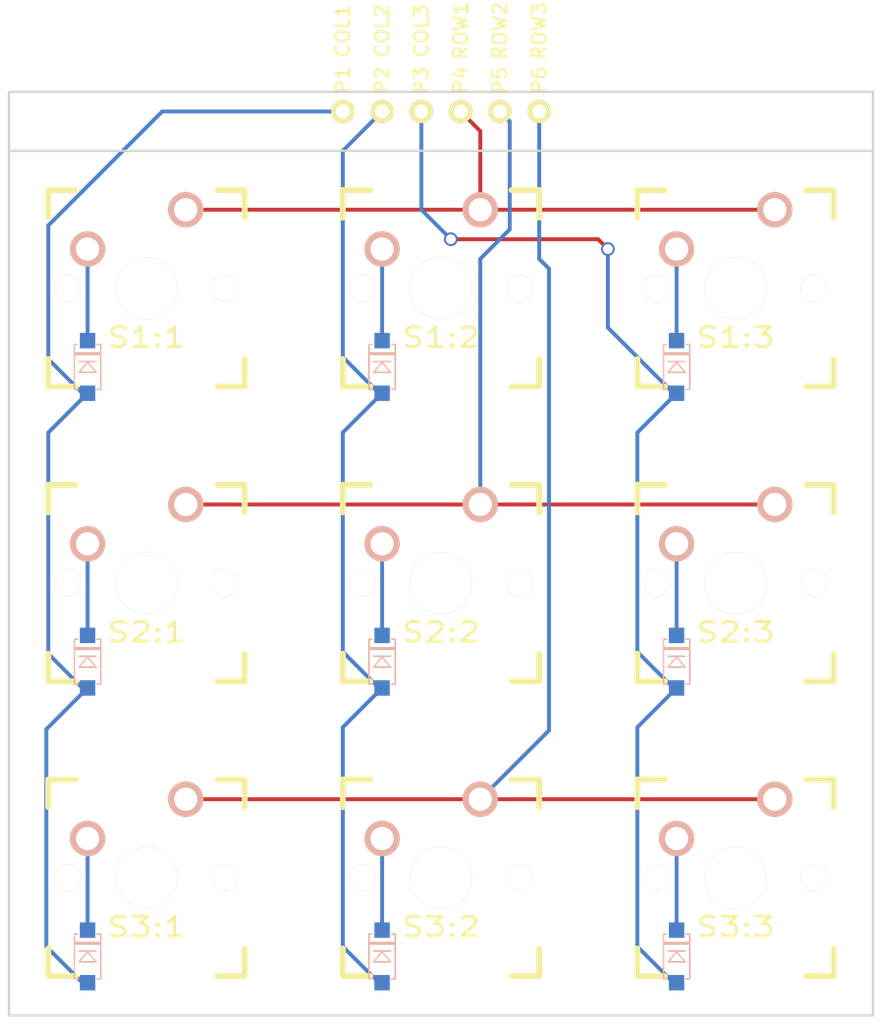
<source format=kicad_pcb>
(kicad_pcb (version 3) (host pcbnew "(2013-02-13 BZR 3947)-testing")

  (general
    (links 27)
    (no_connects 0)
    (area 55.041799 16.594 112.598201 83.388201)
    (thickness 1.6)
    (drawings 7)
    (tracks 69)
    (zones 0)
    (modules 24)
    (nets 16)
  )

  (page A)
  (title_block 
    (title tutorial)
    (rev 1)
    (company regack)
  )

  (layers
    (15 F.Cu signal)
    (0 B.Cu signal)
    (16 B.Adhes user)
    (17 F.Adhes user)
    (18 B.Paste user)
    (19 F.Paste user)
    (20 B.SilkS user)
    (21 F.SilkS user)
    (22 B.Mask user)
    (23 F.Mask user)
    (24 Dwgs.User user)
    (25 Cmts.User user)
    (26 Eco1.User user)
    (27 Eco2.User user)
    (28 Edge.Cuts user)
  )

  (setup
    (last_trace_width 0.254)
    (trace_clearance 0.254)
    (zone_clearance 0.508)
    (zone_45_only no)
    (trace_min 0.254)
    (segment_width 0.2)
    (edge_width 0.15)
    (via_size 0.889)
    (via_drill 0.635)
    (via_min_size 0.889)
    (via_min_drill 0.508)
    (uvia_size 0.508)
    (uvia_drill 0.127)
    (uvias_allowed no)
    (uvia_min_size 0.508)
    (uvia_min_drill 0.127)
    (pcb_text_width 0.3)
    (pcb_text_size 1 1)
    (mod_edge_width 0.15)
    (mod_text_size 1 1)
    (mod_text_width 0.15)
    (pad_size 1 1)
    (pad_drill 0.6)
    (pad_to_mask_clearance 0)
    (aux_axis_origin 0 0)
    (visible_elements FFFFF7BF)
    (pcbplotparams
      (layerselection 3178497)
      (usegerberextensions true)
      (excludeedgelayer true)
      (linewidth 152400)
      (plotframeref false)
      (viasonmask false)
      (mode 1)
      (useauxorigin false)
      (hpglpennumber 1)
      (hpglpenspeed 20)
      (hpglpendiameter 15)
      (hpglpenoverlay 2)
      (psnegative false)
      (psa4output false)
      (plotreference true)
      (plotvalue true)
      (plotothertext true)
      (plotinvisibletext false)
      (padsonsilk false)
      (subtractmaskfromsilk false)
      (outputformat 1)
      (mirror false)
      (drillshape 1)
      (scaleselection 1)
      (outputdirectory ""))
  )

  (net 0 "")
  (net 1 N-000001)
  (net 2 N-0000010)
  (net 3 N-0000011)
  (net 4 N-0000012)
  (net 5 N-0000013)
  (net 6 N-0000014)
  (net 7 N-0000015)
  (net 8 N-000002)
  (net 9 N-000003)
  (net 10 N-000004)
  (net 11 N-000005)
  (net 12 N-000006)
  (net 13 N-000007)
  (net 14 N-000008)
  (net 15 N-000009)

  (net_class Default "This is the default net class."
    (clearance 0.254)
    (trace_width 0.254)
    (via_dia 0.889)
    (via_drill 0.635)
    (uvia_dia 0.508)
    (uvia_drill 0.127)
    (add_net "")
    (add_net N-000001)
    (add_net N-0000010)
    (add_net N-0000011)
    (add_net N-0000012)
    (add_net N-0000013)
    (add_net N-0000014)
    (add_net N-0000015)
    (add_net N-000002)
    (add_net N-000003)
    (add_net N-000004)
    (add_net N-000005)
    (add_net N-000006)
    (add_net N-000007)
    (add_net N-000008)
    (add_net N-000009)
  )

  (module "SOD-123(A-C)" (layer B.Cu) (tedit 52950B9F) (tstamp 52A7AB41)
    (at 60.96 40.64 90)
    (path /52A76AC8)
    (attr smd)
    (fp_text reference D1:1 (at 0 -1.45 90) (layer B.SilkS) hide
      (effects (font (size 0.635 0.635) (thickness 0.127)) (justify mirror))
    )
    (fp_text value DIODE (at 0 1.3 90) (layer B.SilkS) hide
      (effects (font (size 0.5 0.5) (thickness 0.1)) (justify mirror))
    )
    (fp_line (start 0.9 0.85) (end 0.9 -0.85) (layer B.SilkS) (width 0.1))
    (fp_line (start 0.9 -0.85) (end 0.8 -0.85) (layer B.SilkS) (width 0.1))
    (fp_line (start 0.8 -0.85) (end 0.8 0.85) (layer B.SilkS) (width 0.1))
    (fp_line (start -1.45 -0.6) (end -1.45 -0.85) (layer B.SilkS) (width 0.1))
    (fp_line (start -1.45 -0.85) (end 1.45 -0.85) (layer B.SilkS) (width 0.1))
    (fp_line (start 1.45 -0.85) (end 1.45 -0.65) (layer B.SilkS) (width 0.1))
    (fp_line (start 1.45 0.85) (end -1.45 0.85) (layer B.SilkS) (width 0.1))
    (fp_line (start -1.45 0.85) (end -1.45 0.6) (layer B.SilkS) (width 0.1))
    (fp_line (start 1.45 0.6) (end 1.45 0.85) (layer B.SilkS) (width 0.1))
    (fp_line (start 0.35 0.55) (end 0.35 -0.55) (layer B.SilkS) (width 0.1))
    (fp_line (start -0.35 0.55) (end -0.35 -0.55) (layer B.SilkS) (width 0.1))
    (fp_line (start -0.35 -0.55) (end 0.3 0) (layer B.SilkS) (width 0.1))
    (fp_line (start 0.3 0) (end -0.35 0.55) (layer B.SilkS) (width 0.1))
    (pad A smd rect (at -1.7 0 90) (size 1 1)
      (layers B.Cu B.Paste B.Mask)
      (net 11 N-000005)
    )
    (pad C smd rect (at 1.7 0 90) (size 1 1)
      (layers B.Cu B.Paste B.Mask)
      (net 15 N-000009)
    )
    (model smd/chip_cms.wrl
      (at (xyz 0 0 0))
      (scale (xyz 0.1 0.1 0.1))
      (rotate (xyz 0 0 0))
    )
  )

  (module "SOD-123(A-C)" (layer B.Cu) (tedit 52950B9F) (tstamp 52A7AB54)
    (at 60.96 59.69 90)
    (path /52A76AD7)
    (attr smd)
    (fp_text reference D2:1 (at 0 -1.45 90) (layer B.SilkS) hide
      (effects (font (size 0.635 0.635) (thickness 0.127)) (justify mirror))
    )
    (fp_text value DIODE (at 0 1.3 90) (layer B.SilkS) hide
      (effects (font (size 0.5 0.5) (thickness 0.1)) (justify mirror))
    )
    (fp_line (start 0.9 0.85) (end 0.9 -0.85) (layer B.SilkS) (width 0.1))
    (fp_line (start 0.9 -0.85) (end 0.8 -0.85) (layer B.SilkS) (width 0.1))
    (fp_line (start 0.8 -0.85) (end 0.8 0.85) (layer B.SilkS) (width 0.1))
    (fp_line (start -1.45 -0.6) (end -1.45 -0.85) (layer B.SilkS) (width 0.1))
    (fp_line (start -1.45 -0.85) (end 1.45 -0.85) (layer B.SilkS) (width 0.1))
    (fp_line (start 1.45 -0.85) (end 1.45 -0.65) (layer B.SilkS) (width 0.1))
    (fp_line (start 1.45 0.85) (end -1.45 0.85) (layer B.SilkS) (width 0.1))
    (fp_line (start -1.45 0.85) (end -1.45 0.6) (layer B.SilkS) (width 0.1))
    (fp_line (start 1.45 0.6) (end 1.45 0.85) (layer B.SilkS) (width 0.1))
    (fp_line (start 0.35 0.55) (end 0.35 -0.55) (layer B.SilkS) (width 0.1))
    (fp_line (start -0.35 0.55) (end -0.35 -0.55) (layer B.SilkS) (width 0.1))
    (fp_line (start -0.35 -0.55) (end 0.3 0) (layer B.SilkS) (width 0.1))
    (fp_line (start 0.3 0) (end -0.35 0.55) (layer B.SilkS) (width 0.1))
    (pad A smd rect (at -1.7 0 90) (size 1 1)
      (layers B.Cu B.Paste B.Mask)
      (net 11 N-000005)
    )
    (pad C smd rect (at 1.7 0 90) (size 1 1)
      (layers B.Cu B.Paste B.Mask)
      (net 14 N-000008)
    )
    (model smd/chip_cms.wrl
      (at (xyz 0 0 0))
      (scale (xyz 0.1 0.1 0.1))
      (rotate (xyz 0 0 0))
    )
  )

  (module "SOD-123(A-C)" (layer B.Cu) (tedit 52950B9F) (tstamp 52A7AB67)
    (at 60.96 78.74 90)
    (path /52A76AE6)
    (attr smd)
    (fp_text reference D3:1 (at 0 -1.45 90) (layer B.SilkS) hide
      (effects (font (size 0.635 0.635) (thickness 0.127)) (justify mirror))
    )
    (fp_text value DIODE (at 0 1.3 90) (layer B.SilkS) hide
      (effects (font (size 0.5 0.5) (thickness 0.1)) (justify mirror))
    )
    (fp_line (start 0.9 0.85) (end 0.9 -0.85) (layer B.SilkS) (width 0.1))
    (fp_line (start 0.9 -0.85) (end 0.8 -0.85) (layer B.SilkS) (width 0.1))
    (fp_line (start 0.8 -0.85) (end 0.8 0.85) (layer B.SilkS) (width 0.1))
    (fp_line (start -1.45 -0.6) (end -1.45 -0.85) (layer B.SilkS) (width 0.1))
    (fp_line (start -1.45 -0.85) (end 1.45 -0.85) (layer B.SilkS) (width 0.1))
    (fp_line (start 1.45 -0.85) (end 1.45 -0.65) (layer B.SilkS) (width 0.1))
    (fp_line (start 1.45 0.85) (end -1.45 0.85) (layer B.SilkS) (width 0.1))
    (fp_line (start -1.45 0.85) (end -1.45 0.6) (layer B.SilkS) (width 0.1))
    (fp_line (start 1.45 0.6) (end 1.45 0.85) (layer B.SilkS) (width 0.1))
    (fp_line (start 0.35 0.55) (end 0.35 -0.55) (layer B.SilkS) (width 0.1))
    (fp_line (start -0.35 0.55) (end -0.35 -0.55) (layer B.SilkS) (width 0.1))
    (fp_line (start -0.35 -0.55) (end 0.3 0) (layer B.SilkS) (width 0.1))
    (fp_line (start 0.3 0) (end -0.35 0.55) (layer B.SilkS) (width 0.1))
    (pad A smd rect (at -1.7 0 90) (size 1 1)
      (layers B.Cu B.Paste B.Mask)
      (net 11 N-000005)
    )
    (pad C smd rect (at 1.7 0 90) (size 1 1)
      (layers B.Cu B.Paste B.Mask)
      (net 13 N-000007)
    )
    (model smd/chip_cms.wrl
      (at (xyz 0 0 0))
      (scale (xyz 0.1 0.1 0.1))
      (rotate (xyz 0 0 0))
    )
  )

  (module "SOD-123(A-C)" (layer B.Cu) (tedit 52950B9F) (tstamp 52A7AB7A)
    (at 80.01 40.64 90)
    (path /52A77002)
    (attr smd)
    (fp_text reference D1:2 (at 0 -1.45 90) (layer B.SilkS) hide
      (effects (font (size 0.635 0.635) (thickness 0.127)) (justify mirror))
    )
    (fp_text value DIODE (at 0 1.3 90) (layer B.SilkS) hide
      (effects (font (size 0.5 0.5) (thickness 0.1)) (justify mirror))
    )
    (fp_line (start 0.9 0.85) (end 0.9 -0.85) (layer B.SilkS) (width 0.1))
    (fp_line (start 0.9 -0.85) (end 0.8 -0.85) (layer B.SilkS) (width 0.1))
    (fp_line (start 0.8 -0.85) (end 0.8 0.85) (layer B.SilkS) (width 0.1))
    (fp_line (start -1.45 -0.6) (end -1.45 -0.85) (layer B.SilkS) (width 0.1))
    (fp_line (start -1.45 -0.85) (end 1.45 -0.85) (layer B.SilkS) (width 0.1))
    (fp_line (start 1.45 -0.85) (end 1.45 -0.65) (layer B.SilkS) (width 0.1))
    (fp_line (start 1.45 0.85) (end -1.45 0.85) (layer B.SilkS) (width 0.1))
    (fp_line (start -1.45 0.85) (end -1.45 0.6) (layer B.SilkS) (width 0.1))
    (fp_line (start 1.45 0.6) (end 1.45 0.85) (layer B.SilkS) (width 0.1))
    (fp_line (start 0.35 0.55) (end 0.35 -0.55) (layer B.SilkS) (width 0.1))
    (fp_line (start -0.35 0.55) (end -0.35 -0.55) (layer B.SilkS) (width 0.1))
    (fp_line (start -0.35 -0.55) (end 0.3 0) (layer B.SilkS) (width 0.1))
    (fp_line (start 0.3 0) (end -0.35 0.55) (layer B.SilkS) (width 0.1))
    (pad A smd rect (at -1.7 0 90) (size 1 1)
      (layers B.Cu B.Paste B.Mask)
      (net 12 N-000006)
    )
    (pad C smd rect (at 1.7 0 90) (size 1 1)
      (layers B.Cu B.Paste B.Mask)
      (net 2 N-0000010)
    )
    (model smd/chip_cms.wrl
      (at (xyz 0 0 0))
      (scale (xyz 0.1 0.1 0.1))
      (rotate (xyz 0 0 0))
    )
  )

  (module "SOD-123(A-C)" (layer B.Cu) (tedit 52950B9F) (tstamp 52A7AB8D)
    (at 80.01 59.69 90)
    (path /52A77008)
    (attr smd)
    (fp_text reference D2:2 (at 0 -1.45 90) (layer B.SilkS) hide
      (effects (font (size 0.635 0.635) (thickness 0.127)) (justify mirror))
    )
    (fp_text value DIODE (at 0 1.3 90) (layer B.SilkS) hide
      (effects (font (size 0.5 0.5) (thickness 0.1)) (justify mirror))
    )
    (fp_line (start 0.9 0.85) (end 0.9 -0.85) (layer B.SilkS) (width 0.1))
    (fp_line (start 0.9 -0.85) (end 0.8 -0.85) (layer B.SilkS) (width 0.1))
    (fp_line (start 0.8 -0.85) (end 0.8 0.85) (layer B.SilkS) (width 0.1))
    (fp_line (start -1.45 -0.6) (end -1.45 -0.85) (layer B.SilkS) (width 0.1))
    (fp_line (start -1.45 -0.85) (end 1.45 -0.85) (layer B.SilkS) (width 0.1))
    (fp_line (start 1.45 -0.85) (end 1.45 -0.65) (layer B.SilkS) (width 0.1))
    (fp_line (start 1.45 0.85) (end -1.45 0.85) (layer B.SilkS) (width 0.1))
    (fp_line (start -1.45 0.85) (end -1.45 0.6) (layer B.SilkS) (width 0.1))
    (fp_line (start 1.45 0.6) (end 1.45 0.85) (layer B.SilkS) (width 0.1))
    (fp_line (start 0.35 0.55) (end 0.35 -0.55) (layer B.SilkS) (width 0.1))
    (fp_line (start -0.35 0.55) (end -0.35 -0.55) (layer B.SilkS) (width 0.1))
    (fp_line (start -0.35 -0.55) (end 0.3 0) (layer B.SilkS) (width 0.1))
    (fp_line (start 0.3 0) (end -0.35 0.55) (layer B.SilkS) (width 0.1))
    (pad A smd rect (at -1.7 0 90) (size 1 1)
      (layers B.Cu B.Paste B.Mask)
      (net 12 N-000006)
    )
    (pad C smd rect (at 1.7 0 90) (size 1 1)
      (layers B.Cu B.Paste B.Mask)
      (net 4 N-0000012)
    )
    (model smd/chip_cms.wrl
      (at (xyz 0 0 0))
      (scale (xyz 0.1 0.1 0.1))
      (rotate (xyz 0 0 0))
    )
  )

  (module "SOD-123(A-C)" (layer B.Cu) (tedit 52950B9F) (tstamp 52A7ABA0)
    (at 80.01 78.74 90)
    (path /52A7700E)
    (attr smd)
    (fp_text reference D3:2 (at 0 -1.45 90) (layer B.SilkS) hide
      (effects (font (size 0.635 0.635) (thickness 0.127)) (justify mirror))
    )
    (fp_text value DIODE (at 0 1.3 90) (layer B.SilkS) hide
      (effects (font (size 0.5 0.5) (thickness 0.1)) (justify mirror))
    )
    (fp_line (start 0.9 0.85) (end 0.9 -0.85) (layer B.SilkS) (width 0.1))
    (fp_line (start 0.9 -0.85) (end 0.8 -0.85) (layer B.SilkS) (width 0.1))
    (fp_line (start 0.8 -0.85) (end 0.8 0.85) (layer B.SilkS) (width 0.1))
    (fp_line (start -1.45 -0.6) (end -1.45 -0.85) (layer B.SilkS) (width 0.1))
    (fp_line (start -1.45 -0.85) (end 1.45 -0.85) (layer B.SilkS) (width 0.1))
    (fp_line (start 1.45 -0.85) (end 1.45 -0.65) (layer B.SilkS) (width 0.1))
    (fp_line (start 1.45 0.85) (end -1.45 0.85) (layer B.SilkS) (width 0.1))
    (fp_line (start -1.45 0.85) (end -1.45 0.6) (layer B.SilkS) (width 0.1))
    (fp_line (start 1.45 0.6) (end 1.45 0.85) (layer B.SilkS) (width 0.1))
    (fp_line (start 0.35 0.55) (end 0.35 -0.55) (layer B.SilkS) (width 0.1))
    (fp_line (start -0.35 0.55) (end -0.35 -0.55) (layer B.SilkS) (width 0.1))
    (fp_line (start -0.35 -0.55) (end 0.3 0) (layer B.SilkS) (width 0.1))
    (fp_line (start 0.3 0) (end -0.35 0.55) (layer B.SilkS) (width 0.1))
    (pad A smd rect (at -1.7 0 90) (size 1 1)
      (layers B.Cu B.Paste B.Mask)
      (net 12 N-000006)
    )
    (pad C smd rect (at 1.7 0 90) (size 1 1)
      (layers B.Cu B.Paste B.Mask)
      (net 3 N-0000011)
    )
    (model smd/chip_cms.wrl
      (at (xyz 0 0 0))
      (scale (xyz 0.1 0.1 0.1))
      (rotate (xyz 0 0 0))
    )
  )

  (module "SOD-123(A-C)" (layer B.Cu) (tedit 52950B9F) (tstamp 52A7ABB3)
    (at 99.06 78.74 90)
    (path /52A7703B)
    (attr smd)
    (fp_text reference D3:3 (at 0 -1.45 90) (layer B.SilkS) hide
      (effects (font (size 0.635 0.635) (thickness 0.127)) (justify mirror))
    )
    (fp_text value DIODE (at 0 1.3 90) (layer B.SilkS) hide
      (effects (font (size 0.5 0.5) (thickness 0.1)) (justify mirror))
    )
    (fp_line (start 0.9 0.85) (end 0.9 -0.85) (layer B.SilkS) (width 0.1))
    (fp_line (start 0.9 -0.85) (end 0.8 -0.85) (layer B.SilkS) (width 0.1))
    (fp_line (start 0.8 -0.85) (end 0.8 0.85) (layer B.SilkS) (width 0.1))
    (fp_line (start -1.45 -0.6) (end -1.45 -0.85) (layer B.SilkS) (width 0.1))
    (fp_line (start -1.45 -0.85) (end 1.45 -0.85) (layer B.SilkS) (width 0.1))
    (fp_line (start 1.45 -0.85) (end 1.45 -0.65) (layer B.SilkS) (width 0.1))
    (fp_line (start 1.45 0.85) (end -1.45 0.85) (layer B.SilkS) (width 0.1))
    (fp_line (start -1.45 0.85) (end -1.45 0.6) (layer B.SilkS) (width 0.1))
    (fp_line (start 1.45 0.6) (end 1.45 0.85) (layer B.SilkS) (width 0.1))
    (fp_line (start 0.35 0.55) (end 0.35 -0.55) (layer B.SilkS) (width 0.1))
    (fp_line (start -0.35 0.55) (end -0.35 -0.55) (layer B.SilkS) (width 0.1))
    (fp_line (start -0.35 -0.55) (end 0.3 0) (layer B.SilkS) (width 0.1))
    (fp_line (start 0.3 0) (end -0.35 0.55) (layer B.SilkS) (width 0.1))
    (pad A smd rect (at -1.7 0 90) (size 1 1)
      (layers B.Cu B.Paste B.Mask)
      (net 8 N-000002)
    )
    (pad C smd rect (at 1.7 0 90) (size 1 1)
      (layers B.Cu B.Paste B.Mask)
      (net 9 N-000003)
    )
    (model smd/chip_cms.wrl
      (at (xyz 0 0 0))
      (scale (xyz 0.1 0.1 0.1))
      (rotate (xyz 0 0 0))
    )
  )

  (module "SOD-123(A-C)" (layer B.Cu) (tedit 52950B9F) (tstamp 52A7ABC6)
    (at 99.06 59.69 90)
    (path /52A77035)
    (attr smd)
    (fp_text reference D2:3 (at 0 -1.45 90) (layer B.SilkS) hide
      (effects (font (size 0.635 0.635) (thickness 0.127)) (justify mirror))
    )
    (fp_text value DIODE (at 0 1.3 90) (layer B.SilkS) hide
      (effects (font (size 0.5 0.5) (thickness 0.1)) (justify mirror))
    )
    (fp_line (start 0.9 0.85) (end 0.9 -0.85) (layer B.SilkS) (width 0.1))
    (fp_line (start 0.9 -0.85) (end 0.8 -0.85) (layer B.SilkS) (width 0.1))
    (fp_line (start 0.8 -0.85) (end 0.8 0.85) (layer B.SilkS) (width 0.1))
    (fp_line (start -1.45 -0.6) (end -1.45 -0.85) (layer B.SilkS) (width 0.1))
    (fp_line (start -1.45 -0.85) (end 1.45 -0.85) (layer B.SilkS) (width 0.1))
    (fp_line (start 1.45 -0.85) (end 1.45 -0.65) (layer B.SilkS) (width 0.1))
    (fp_line (start 1.45 0.85) (end -1.45 0.85) (layer B.SilkS) (width 0.1))
    (fp_line (start -1.45 0.85) (end -1.45 0.6) (layer B.SilkS) (width 0.1))
    (fp_line (start 1.45 0.6) (end 1.45 0.85) (layer B.SilkS) (width 0.1))
    (fp_line (start 0.35 0.55) (end 0.35 -0.55) (layer B.SilkS) (width 0.1))
    (fp_line (start -0.35 0.55) (end -0.35 -0.55) (layer B.SilkS) (width 0.1))
    (fp_line (start -0.35 -0.55) (end 0.3 0) (layer B.SilkS) (width 0.1))
    (fp_line (start 0.3 0) (end -0.35 0.55) (layer B.SilkS) (width 0.1))
    (pad A smd rect (at -1.7 0 90) (size 1 1)
      (layers B.Cu B.Paste B.Mask)
      (net 8 N-000002)
    )
    (pad C smd rect (at 1.7 0 90) (size 1 1)
      (layers B.Cu B.Paste B.Mask)
      (net 1 N-000001)
    )
    (model smd/chip_cms.wrl
      (at (xyz 0 0 0))
      (scale (xyz 0.1 0.1 0.1))
      (rotate (xyz 0 0 0))
    )
  )

  (module "SOD-123(A-C)" (layer B.Cu) (tedit 52950B9F) (tstamp 52A7ABD9)
    (at 99.06 40.64 90)
    (path /52A7702F)
    (attr smd)
    (fp_text reference D1:3 (at 0 -1.45 90) (layer B.SilkS) hide
      (effects (font (size 0.635 0.635) (thickness 0.127)) (justify mirror))
    )
    (fp_text value DIODE (at 0 1.3 90) (layer B.SilkS) hide
      (effects (font (size 0.5 0.5) (thickness 0.1)) (justify mirror))
    )
    (fp_line (start 0.9 0.85) (end 0.9 -0.85) (layer B.SilkS) (width 0.1))
    (fp_line (start 0.9 -0.85) (end 0.8 -0.85) (layer B.SilkS) (width 0.1))
    (fp_line (start 0.8 -0.85) (end 0.8 0.85) (layer B.SilkS) (width 0.1))
    (fp_line (start -1.45 -0.6) (end -1.45 -0.85) (layer B.SilkS) (width 0.1))
    (fp_line (start -1.45 -0.85) (end 1.45 -0.85) (layer B.SilkS) (width 0.1))
    (fp_line (start 1.45 -0.85) (end 1.45 -0.65) (layer B.SilkS) (width 0.1))
    (fp_line (start 1.45 0.85) (end -1.45 0.85) (layer B.SilkS) (width 0.1))
    (fp_line (start -1.45 0.85) (end -1.45 0.6) (layer B.SilkS) (width 0.1))
    (fp_line (start 1.45 0.6) (end 1.45 0.85) (layer B.SilkS) (width 0.1))
    (fp_line (start 0.35 0.55) (end 0.35 -0.55) (layer B.SilkS) (width 0.1))
    (fp_line (start -0.35 0.55) (end -0.35 -0.55) (layer B.SilkS) (width 0.1))
    (fp_line (start -0.35 -0.55) (end 0.3 0) (layer B.SilkS) (width 0.1))
    (fp_line (start 0.3 0) (end -0.35 0.55) (layer B.SilkS) (width 0.1))
    (pad A smd rect (at -1.7 0 90) (size 1 1)
      (layers B.Cu B.Paste B.Mask)
      (net 8 N-000002)
    )
    (pad C smd rect (at 1.7 0 90) (size 1 1)
      (layers B.Cu B.Paste B.Mask)
      (net 10 N-000004)
    )
    (model smd/chip_cms.wrl
      (at (xyz 0 0 0))
      (scale (xyz 0.1 0.1 0.1))
      (rotate (xyz 0 0 0))
    )
  )

  (module Pad (layer F.Cu) (tedit 525E98AA) (tstamp 52A7ABDE)
    (at 82.55 24.13)
    (path /52A774F9)
    (fp_text reference P3 (at 0 -2.032 90) (layer F.SilkS)
      (effects (font (size 0.9 0.9) (thickness 0.15)))
    )
    (fp_text value COL3 (at 0 -5.207 90) (layer F.SilkS)
      (effects (font (size 0.9 0.9) (thickness 0.15)))
    )
    (pad 1 thru_hole circle (at 0 0) (size 1.5 1.5) (drill 0.9)
      (layers *.Cu *.Mask F.SilkS)
      (net 8 N-000002)
    )
  )

  (module Pad (layer F.Cu) (tedit 525E98AA) (tstamp 52A7ABE3)
    (at 80.01 24.13)
    (path /52A774F3)
    (fp_text reference P2 (at 0 -2.032 90) (layer F.SilkS)
      (effects (font (size 0.9 0.9) (thickness 0.15)))
    )
    (fp_text value COL2 (at 0 -5.207 90) (layer F.SilkS)
      (effects (font (size 0.9 0.9) (thickness 0.15)))
    )
    (pad 1 thru_hole circle (at 0 0) (size 1.5 1.5) (drill 0.9)
      (layers *.Cu *.Mask F.SilkS)
      (net 12 N-000006)
    )
  )

  (module Pad (layer F.Cu) (tedit 525E98AA) (tstamp 52A7ABE8)
    (at 77.47 24.13)
    (path /52A774ED)
    (fp_text reference P1 (at 0 -2.032 90) (layer F.SilkS)
      (effects (font (size 0.9 0.9) (thickness 0.15)))
    )
    (fp_text value COL1 (at 0 -5.207 90) (layer F.SilkS)
      (effects (font (size 0.9 0.9) (thickness 0.15)))
    )
    (pad 1 thru_hole circle (at 0 0) (size 1.5 1.5) (drill 0.9)
      (layers *.Cu *.Mask F.SilkS)
      (net 11 N-000005)
    )
  )

  (module Pad (layer F.Cu) (tedit 525E98AA) (tstamp 52A7ABED)
    (at 90.17 24.13)
    (path /52A774E7)
    (fp_text reference P6 (at 0 -2.032 90) (layer F.SilkS)
      (effects (font (size 0.9 0.9) (thickness 0.15)))
    )
    (fp_text value ROW3 (at 0 -5.207 90) (layer F.SilkS)
      (effects (font (size 0.9 0.9) (thickness 0.15)))
    )
    (pad 1 thru_hole circle (at 0 0) (size 1.5 1.5) (drill 0.9)
      (layers *.Cu *.Mask F.SilkS)
      (net 6 N-0000014)
    )
  )

  (module Pad (layer F.Cu) (tedit 525E98AA) (tstamp 52A7ABF2)
    (at 87.63 24.13)
    (path /52A77387)
    (fp_text reference P5 (at 0 -2.032 90) (layer F.SilkS)
      (effects (font (size 0.9 0.9) (thickness 0.15)))
    )
    (fp_text value ROW2 (at 0 -5.207 90) (layer F.SilkS)
      (effects (font (size 0.9 0.9) (thickness 0.15)))
    )
    (pad 1 thru_hole circle (at 0 0) (size 1.5 1.5) (drill 0.9)
      (layers *.Cu *.Mask F.SilkS)
      (net 7 N-0000015)
    )
  )

  (module Pad (layer F.Cu) (tedit 525E98AA) (tstamp 52A7ABF7)
    (at 85.09 24.13)
    (path /52A77354)
    (fp_text reference P4 (at 0 -2.032 90) (layer F.SilkS)
      (effects (font (size 0.9 0.9) (thickness 0.15)))
    )
    (fp_text value ROW1 (at 0 -5.207 90) (layer F.SilkS)
      (effects (font (size 0.9 0.9) (thickness 0.15)))
    )
    (pad 1 thru_hole circle (at 0 0) (size 1.5 1.5) (drill 0.9)
      (layers *.Cu *.Mask F.SilkS)
      (net 5 N-0000013)
    )
  )

  (module CHERRY_PCB_100H_Plated (layer F.Cu) (tedit 513C7EAC) (tstamp 52A7AC15)
    (at 102.87 35.56)
    (path /52A7701D)
    (fp_text reference S1:3 (at 0 3.175) (layer F.SilkS)
      (effects (font (size 1.27 1.524) (thickness 0.2032)))
    )
    (fp_text value MX1A (at 0 5.08) (layer F.SilkS) hide
      (effects (font (size 1.27 1.524) (thickness 0.2032)))
    )
    (fp_text user 1.00u (at -5.715 8.255) (layer Dwgs.User) hide
      (effects (font (size 1.524 1.524) (thickness 0.3048)))
    )
    (fp_line (start -6.35 -6.35) (end 6.35 -6.35) (layer Cmts.User) (width 0.1524))
    (fp_line (start 6.35 -6.35) (end 6.35 6.35) (layer Cmts.User) (width 0.1524))
    (fp_line (start 6.35 6.35) (end -6.35 6.35) (layer Cmts.User) (width 0.1524))
    (fp_line (start -6.35 6.35) (end -6.35 -6.35) (layer Cmts.User) (width 0.1524))
    (fp_line (start -9.398 -9.398) (end 9.398 -9.398) (layer Dwgs.User) (width 0.1524))
    (fp_line (start 9.398 -9.398) (end 9.398 9.398) (layer Dwgs.User) (width 0.1524))
    (fp_line (start 9.398 9.398) (end -9.398 9.398) (layer Dwgs.User) (width 0.1524))
    (fp_line (start -9.398 9.398) (end -9.398 -9.398) (layer Dwgs.User) (width 0.1524))
    (fp_line (start -6.35 -6.35) (end -4.572 -6.35) (layer F.SilkS) (width 0.381))
    (fp_line (start 4.572 -6.35) (end 6.35 -6.35) (layer F.SilkS) (width 0.381))
    (fp_line (start 6.35 -6.35) (end 6.35 -4.572) (layer F.SilkS) (width 0.381))
    (fp_line (start 6.35 4.572) (end 6.35 6.35) (layer F.SilkS) (width 0.381))
    (fp_line (start 6.35 6.35) (end 4.572 6.35) (layer F.SilkS) (width 0.381))
    (fp_line (start -4.572 6.35) (end -6.35 6.35) (layer F.SilkS) (width 0.381))
    (fp_line (start -6.35 6.35) (end -6.35 4.572) (layer F.SilkS) (width 0.381))
    (fp_line (start -6.35 -4.572) (end -6.35 -6.35) (layer F.SilkS) (width 0.381))
    (fp_line (start -6.985 -6.985) (end 6.985 -6.985) (layer Eco2.User) (width 0.1524))
    (fp_line (start 6.985 -6.985) (end 6.985 6.985) (layer Eco2.User) (width 0.1524))
    (fp_line (start 6.985 6.985) (end -6.985 6.985) (layer Eco2.User) (width 0.1524))
    (fp_line (start -6.985 6.985) (end -6.985 -6.985) (layer Eco2.User) (width 0.1524))
    (pad 1 thru_hole circle (at 2.54 -5.08) (size 2.286 2.286) (drill 1.4986)
      (layers *.Cu *.SilkS *.Mask)
      (net 5 N-0000013)
    )
    (pad 2 thru_hole circle (at -3.81 -2.54) (size 2.286 2.286) (drill 1.4986)
      (layers *.Cu *.SilkS *.Mask)
      (net 10 N-000004)
    )
    (pad HOLE thru_hole circle (at 0 0) (size 3.9878 3.9878) (drill 3.9878)
      (layers *.Cu *.Mask F.SilkS)
    )
    (pad HOLE thru_hole circle (at -5.08 0) (size 1.7018 1.7018) (drill 1.7018)
      (layers *.Cu *.Mask F.SilkS)
    )
    (pad HOLE thru_hole circle (at 5.08 0) (size 1.7018 1.7018) (drill 1.7018)
      (layers *.Cu *.Mask F.SilkS)
    )
  )

  (module CHERRY_PCB_100H_Plated (layer F.Cu) (tedit 513C7EAC) (tstamp 52A7AC33)
    (at 102.87 73.66)
    (path /52A77029)
    (fp_text reference S3:3 (at 0 3.175) (layer F.SilkS)
      (effects (font (size 1.27 1.524) (thickness 0.2032)))
    )
    (fp_text value MX1A (at 0 5.08) (layer F.SilkS) hide
      (effects (font (size 1.27 1.524) (thickness 0.2032)))
    )
    (fp_text user 1.00u (at -5.715 8.255) (layer Dwgs.User) hide
      (effects (font (size 1.524 1.524) (thickness 0.3048)))
    )
    (fp_line (start -6.35 -6.35) (end 6.35 -6.35) (layer Cmts.User) (width 0.1524))
    (fp_line (start 6.35 -6.35) (end 6.35 6.35) (layer Cmts.User) (width 0.1524))
    (fp_line (start 6.35 6.35) (end -6.35 6.35) (layer Cmts.User) (width 0.1524))
    (fp_line (start -6.35 6.35) (end -6.35 -6.35) (layer Cmts.User) (width 0.1524))
    (fp_line (start -9.398 -9.398) (end 9.398 -9.398) (layer Dwgs.User) (width 0.1524))
    (fp_line (start 9.398 -9.398) (end 9.398 9.398) (layer Dwgs.User) (width 0.1524))
    (fp_line (start 9.398 9.398) (end -9.398 9.398) (layer Dwgs.User) (width 0.1524))
    (fp_line (start -9.398 9.398) (end -9.398 -9.398) (layer Dwgs.User) (width 0.1524))
    (fp_line (start -6.35 -6.35) (end -4.572 -6.35) (layer F.SilkS) (width 0.381))
    (fp_line (start 4.572 -6.35) (end 6.35 -6.35) (layer F.SilkS) (width 0.381))
    (fp_line (start 6.35 -6.35) (end 6.35 -4.572) (layer F.SilkS) (width 0.381))
    (fp_line (start 6.35 4.572) (end 6.35 6.35) (layer F.SilkS) (width 0.381))
    (fp_line (start 6.35 6.35) (end 4.572 6.35) (layer F.SilkS) (width 0.381))
    (fp_line (start -4.572 6.35) (end -6.35 6.35) (layer F.SilkS) (width 0.381))
    (fp_line (start -6.35 6.35) (end -6.35 4.572) (layer F.SilkS) (width 0.381))
    (fp_line (start -6.35 -4.572) (end -6.35 -6.35) (layer F.SilkS) (width 0.381))
    (fp_line (start -6.985 -6.985) (end 6.985 -6.985) (layer Eco2.User) (width 0.1524))
    (fp_line (start 6.985 -6.985) (end 6.985 6.985) (layer Eco2.User) (width 0.1524))
    (fp_line (start 6.985 6.985) (end -6.985 6.985) (layer Eco2.User) (width 0.1524))
    (fp_line (start -6.985 6.985) (end -6.985 -6.985) (layer Eco2.User) (width 0.1524))
    (pad 1 thru_hole circle (at 2.54 -5.08) (size 2.286 2.286) (drill 1.4986)
      (layers *.Cu *.SilkS *.Mask)
      (net 6 N-0000014)
    )
    (pad 2 thru_hole circle (at -3.81 -2.54) (size 2.286 2.286) (drill 1.4986)
      (layers *.Cu *.SilkS *.Mask)
      (net 9 N-000003)
    )
    (pad HOLE thru_hole circle (at 0 0) (size 3.9878 3.9878) (drill 3.9878)
      (layers *.Cu *.Mask F.SilkS)
    )
    (pad HOLE thru_hole circle (at -5.08 0) (size 1.7018 1.7018) (drill 1.7018)
      (layers *.Cu *.Mask F.SilkS)
    )
    (pad HOLE thru_hole circle (at 5.08 0) (size 1.7018 1.7018) (drill 1.7018)
      (layers *.Cu *.Mask F.SilkS)
    )
  )

  (module CHERRY_PCB_100H_Plated (layer F.Cu) (tedit 513C7EAC) (tstamp 52A7AC51)
    (at 102.87 54.61)
    (path /52A77023)
    (fp_text reference S2:3 (at 0 3.175) (layer F.SilkS)
      (effects (font (size 1.27 1.524) (thickness 0.2032)))
    )
    (fp_text value MX1A (at 0 5.08) (layer F.SilkS) hide
      (effects (font (size 1.27 1.524) (thickness 0.2032)))
    )
    (fp_text user 1.00u (at -5.715 8.255) (layer Dwgs.User) hide
      (effects (font (size 1.524 1.524) (thickness 0.3048)))
    )
    (fp_line (start -6.35 -6.35) (end 6.35 -6.35) (layer Cmts.User) (width 0.1524))
    (fp_line (start 6.35 -6.35) (end 6.35 6.35) (layer Cmts.User) (width 0.1524))
    (fp_line (start 6.35 6.35) (end -6.35 6.35) (layer Cmts.User) (width 0.1524))
    (fp_line (start -6.35 6.35) (end -6.35 -6.35) (layer Cmts.User) (width 0.1524))
    (fp_line (start -9.398 -9.398) (end 9.398 -9.398) (layer Dwgs.User) (width 0.1524))
    (fp_line (start 9.398 -9.398) (end 9.398 9.398) (layer Dwgs.User) (width 0.1524))
    (fp_line (start 9.398 9.398) (end -9.398 9.398) (layer Dwgs.User) (width 0.1524))
    (fp_line (start -9.398 9.398) (end -9.398 -9.398) (layer Dwgs.User) (width 0.1524))
    (fp_line (start -6.35 -6.35) (end -4.572 -6.35) (layer F.SilkS) (width 0.381))
    (fp_line (start 4.572 -6.35) (end 6.35 -6.35) (layer F.SilkS) (width 0.381))
    (fp_line (start 6.35 -6.35) (end 6.35 -4.572) (layer F.SilkS) (width 0.381))
    (fp_line (start 6.35 4.572) (end 6.35 6.35) (layer F.SilkS) (width 0.381))
    (fp_line (start 6.35 6.35) (end 4.572 6.35) (layer F.SilkS) (width 0.381))
    (fp_line (start -4.572 6.35) (end -6.35 6.35) (layer F.SilkS) (width 0.381))
    (fp_line (start -6.35 6.35) (end -6.35 4.572) (layer F.SilkS) (width 0.381))
    (fp_line (start -6.35 -4.572) (end -6.35 -6.35) (layer F.SilkS) (width 0.381))
    (fp_line (start -6.985 -6.985) (end 6.985 -6.985) (layer Eco2.User) (width 0.1524))
    (fp_line (start 6.985 -6.985) (end 6.985 6.985) (layer Eco2.User) (width 0.1524))
    (fp_line (start 6.985 6.985) (end -6.985 6.985) (layer Eco2.User) (width 0.1524))
    (fp_line (start -6.985 6.985) (end -6.985 -6.985) (layer Eco2.User) (width 0.1524))
    (pad 1 thru_hole circle (at 2.54 -5.08) (size 2.286 2.286) (drill 1.4986)
      (layers *.Cu *.SilkS *.Mask)
      (net 7 N-0000015)
    )
    (pad 2 thru_hole circle (at -3.81 -2.54) (size 2.286 2.286) (drill 1.4986)
      (layers *.Cu *.SilkS *.Mask)
      (net 1 N-000001)
    )
    (pad HOLE thru_hole circle (at 0 0) (size 3.9878 3.9878) (drill 3.9878)
      (layers *.Cu *.Mask F.SilkS)
    )
    (pad HOLE thru_hole circle (at -5.08 0) (size 1.7018 1.7018) (drill 1.7018)
      (layers *.Cu *.Mask F.SilkS)
    )
    (pad HOLE thru_hole circle (at 5.08 0) (size 1.7018 1.7018) (drill 1.7018)
      (layers *.Cu *.Mask F.SilkS)
    )
  )

  (module CHERRY_PCB_100H_Plated (layer F.Cu) (tedit 513C7EAC) (tstamp 52A7AC6F)
    (at 64.77 35.56)
    (path /52A763B9)
    (fp_text reference S1:1 (at 0 3.175) (layer F.SilkS)
      (effects (font (size 1.27 1.524) (thickness 0.2032)))
    )
    (fp_text value MX1A (at 0 5.08) (layer F.SilkS) hide
      (effects (font (size 1.27 1.524) (thickness 0.2032)))
    )
    (fp_text user 1.00u (at -5.715 8.255) (layer Dwgs.User) hide
      (effects (font (size 1.524 1.524) (thickness 0.3048)))
    )
    (fp_line (start -6.35 -6.35) (end 6.35 -6.35) (layer Cmts.User) (width 0.1524))
    (fp_line (start 6.35 -6.35) (end 6.35 6.35) (layer Cmts.User) (width 0.1524))
    (fp_line (start 6.35 6.35) (end -6.35 6.35) (layer Cmts.User) (width 0.1524))
    (fp_line (start -6.35 6.35) (end -6.35 -6.35) (layer Cmts.User) (width 0.1524))
    (fp_line (start -9.398 -9.398) (end 9.398 -9.398) (layer Dwgs.User) (width 0.1524))
    (fp_line (start 9.398 -9.398) (end 9.398 9.398) (layer Dwgs.User) (width 0.1524))
    (fp_line (start 9.398 9.398) (end -9.398 9.398) (layer Dwgs.User) (width 0.1524))
    (fp_line (start -9.398 9.398) (end -9.398 -9.398) (layer Dwgs.User) (width 0.1524))
    (fp_line (start -6.35 -6.35) (end -4.572 -6.35) (layer F.SilkS) (width 0.381))
    (fp_line (start 4.572 -6.35) (end 6.35 -6.35) (layer F.SilkS) (width 0.381))
    (fp_line (start 6.35 -6.35) (end 6.35 -4.572) (layer F.SilkS) (width 0.381))
    (fp_line (start 6.35 4.572) (end 6.35 6.35) (layer F.SilkS) (width 0.381))
    (fp_line (start 6.35 6.35) (end 4.572 6.35) (layer F.SilkS) (width 0.381))
    (fp_line (start -4.572 6.35) (end -6.35 6.35) (layer F.SilkS) (width 0.381))
    (fp_line (start -6.35 6.35) (end -6.35 4.572) (layer F.SilkS) (width 0.381))
    (fp_line (start -6.35 -4.572) (end -6.35 -6.35) (layer F.SilkS) (width 0.381))
    (fp_line (start -6.985 -6.985) (end 6.985 -6.985) (layer Eco2.User) (width 0.1524))
    (fp_line (start 6.985 -6.985) (end 6.985 6.985) (layer Eco2.User) (width 0.1524))
    (fp_line (start 6.985 6.985) (end -6.985 6.985) (layer Eco2.User) (width 0.1524))
    (fp_line (start -6.985 6.985) (end -6.985 -6.985) (layer Eco2.User) (width 0.1524))
    (pad 1 thru_hole circle (at 2.54 -5.08) (size 2.286 2.286) (drill 1.4986)
      (layers *.Cu *.SilkS *.Mask)
      (net 5 N-0000013)
    )
    (pad 2 thru_hole circle (at -3.81 -2.54) (size 2.286 2.286) (drill 1.4986)
      (layers *.Cu *.SilkS *.Mask)
      (net 15 N-000009)
    )
    (pad HOLE thru_hole circle (at 0 0) (size 3.9878 3.9878) (drill 3.9878)
      (layers *.Cu *.Mask F.SilkS)
    )
    (pad HOLE thru_hole circle (at -5.08 0) (size 1.7018 1.7018) (drill 1.7018)
      (layers *.Cu *.Mask F.SilkS)
    )
    (pad HOLE thru_hole circle (at 5.08 0) (size 1.7018 1.7018) (drill 1.7018)
      (layers *.Cu *.Mask F.SilkS)
    )
  )

  (module CHERRY_PCB_100H_Plated (layer F.Cu) (tedit 513C7EAC) (tstamp 52A7AC8D)
    (at 83.82 73.66)
    (path /52A76FFC)
    (fp_text reference S3:2 (at 0 3.175) (layer F.SilkS)
      (effects (font (size 1.27 1.524) (thickness 0.2032)))
    )
    (fp_text value MX1A (at 0 5.08) (layer F.SilkS) hide
      (effects (font (size 1.27 1.524) (thickness 0.2032)))
    )
    (fp_text user 1.00u (at -5.715 8.255) (layer Dwgs.User) hide
      (effects (font (size 1.524 1.524) (thickness 0.3048)))
    )
    (fp_line (start -6.35 -6.35) (end 6.35 -6.35) (layer Cmts.User) (width 0.1524))
    (fp_line (start 6.35 -6.35) (end 6.35 6.35) (layer Cmts.User) (width 0.1524))
    (fp_line (start 6.35 6.35) (end -6.35 6.35) (layer Cmts.User) (width 0.1524))
    (fp_line (start -6.35 6.35) (end -6.35 -6.35) (layer Cmts.User) (width 0.1524))
    (fp_line (start -9.398 -9.398) (end 9.398 -9.398) (layer Dwgs.User) (width 0.1524))
    (fp_line (start 9.398 -9.398) (end 9.398 9.398) (layer Dwgs.User) (width 0.1524))
    (fp_line (start 9.398 9.398) (end -9.398 9.398) (layer Dwgs.User) (width 0.1524))
    (fp_line (start -9.398 9.398) (end -9.398 -9.398) (layer Dwgs.User) (width 0.1524))
    (fp_line (start -6.35 -6.35) (end -4.572 -6.35) (layer F.SilkS) (width 0.381))
    (fp_line (start 4.572 -6.35) (end 6.35 -6.35) (layer F.SilkS) (width 0.381))
    (fp_line (start 6.35 -6.35) (end 6.35 -4.572) (layer F.SilkS) (width 0.381))
    (fp_line (start 6.35 4.572) (end 6.35 6.35) (layer F.SilkS) (width 0.381))
    (fp_line (start 6.35 6.35) (end 4.572 6.35) (layer F.SilkS) (width 0.381))
    (fp_line (start -4.572 6.35) (end -6.35 6.35) (layer F.SilkS) (width 0.381))
    (fp_line (start -6.35 6.35) (end -6.35 4.572) (layer F.SilkS) (width 0.381))
    (fp_line (start -6.35 -4.572) (end -6.35 -6.35) (layer F.SilkS) (width 0.381))
    (fp_line (start -6.985 -6.985) (end 6.985 -6.985) (layer Eco2.User) (width 0.1524))
    (fp_line (start 6.985 -6.985) (end 6.985 6.985) (layer Eco2.User) (width 0.1524))
    (fp_line (start 6.985 6.985) (end -6.985 6.985) (layer Eco2.User) (width 0.1524))
    (fp_line (start -6.985 6.985) (end -6.985 -6.985) (layer Eco2.User) (width 0.1524))
    (pad 1 thru_hole circle (at 2.54 -5.08) (size 2.286 2.286) (drill 1.4986)
      (layers *.Cu *.SilkS *.Mask)
      (net 6 N-0000014)
    )
    (pad 2 thru_hole circle (at -3.81 -2.54) (size 2.286 2.286) (drill 1.4986)
      (layers *.Cu *.SilkS *.Mask)
      (net 3 N-0000011)
    )
    (pad HOLE thru_hole circle (at 0 0) (size 3.9878 3.9878) (drill 3.9878)
      (layers *.Cu *.Mask F.SilkS)
    )
    (pad HOLE thru_hole circle (at -5.08 0) (size 1.7018 1.7018) (drill 1.7018)
      (layers *.Cu *.Mask F.SilkS)
    )
    (pad HOLE thru_hole circle (at 5.08 0) (size 1.7018 1.7018) (drill 1.7018)
      (layers *.Cu *.Mask F.SilkS)
    )
  )

  (module CHERRY_PCB_100H_Plated (layer F.Cu) (tedit 513C7EAC) (tstamp 52A7ACAB)
    (at 83.82 54.61)
    (path /52A76FF6)
    (fp_text reference S2:2 (at 0 3.175) (layer F.SilkS)
      (effects (font (size 1.27 1.524) (thickness 0.2032)))
    )
    (fp_text value MX1A (at 0 5.08) (layer F.SilkS) hide
      (effects (font (size 1.27 1.524) (thickness 0.2032)))
    )
    (fp_text user 1.00u (at -5.715 8.255) (layer Dwgs.User) hide
      (effects (font (size 1.524 1.524) (thickness 0.3048)))
    )
    (fp_line (start -6.35 -6.35) (end 6.35 -6.35) (layer Cmts.User) (width 0.1524))
    (fp_line (start 6.35 -6.35) (end 6.35 6.35) (layer Cmts.User) (width 0.1524))
    (fp_line (start 6.35 6.35) (end -6.35 6.35) (layer Cmts.User) (width 0.1524))
    (fp_line (start -6.35 6.35) (end -6.35 -6.35) (layer Cmts.User) (width 0.1524))
    (fp_line (start -9.398 -9.398) (end 9.398 -9.398) (layer Dwgs.User) (width 0.1524))
    (fp_line (start 9.398 -9.398) (end 9.398 9.398) (layer Dwgs.User) (width 0.1524))
    (fp_line (start 9.398 9.398) (end -9.398 9.398) (layer Dwgs.User) (width 0.1524))
    (fp_line (start -9.398 9.398) (end -9.398 -9.398) (layer Dwgs.User) (width 0.1524))
    (fp_line (start -6.35 -6.35) (end -4.572 -6.35) (layer F.SilkS) (width 0.381))
    (fp_line (start 4.572 -6.35) (end 6.35 -6.35) (layer F.SilkS) (width 0.381))
    (fp_line (start 6.35 -6.35) (end 6.35 -4.572) (layer F.SilkS) (width 0.381))
    (fp_line (start 6.35 4.572) (end 6.35 6.35) (layer F.SilkS) (width 0.381))
    (fp_line (start 6.35 6.35) (end 4.572 6.35) (layer F.SilkS) (width 0.381))
    (fp_line (start -4.572 6.35) (end -6.35 6.35) (layer F.SilkS) (width 0.381))
    (fp_line (start -6.35 6.35) (end -6.35 4.572) (layer F.SilkS) (width 0.381))
    (fp_line (start -6.35 -4.572) (end -6.35 -6.35) (layer F.SilkS) (width 0.381))
    (fp_line (start -6.985 -6.985) (end 6.985 -6.985) (layer Eco2.User) (width 0.1524))
    (fp_line (start 6.985 -6.985) (end 6.985 6.985) (layer Eco2.User) (width 0.1524))
    (fp_line (start 6.985 6.985) (end -6.985 6.985) (layer Eco2.User) (width 0.1524))
    (fp_line (start -6.985 6.985) (end -6.985 -6.985) (layer Eco2.User) (width 0.1524))
    (pad 1 thru_hole circle (at 2.54 -5.08) (size 2.286 2.286) (drill 1.4986)
      (layers *.Cu *.SilkS *.Mask)
      (net 7 N-0000015)
    )
    (pad 2 thru_hole circle (at -3.81 -2.54) (size 2.286 2.286) (drill 1.4986)
      (layers *.Cu *.SilkS *.Mask)
      (net 4 N-0000012)
    )
    (pad HOLE thru_hole circle (at 0 0) (size 3.9878 3.9878) (drill 3.9878)
      (layers *.Cu *.Mask F.SilkS)
    )
    (pad HOLE thru_hole circle (at -5.08 0) (size 1.7018 1.7018) (drill 1.7018)
      (layers *.Cu *.Mask F.SilkS)
    )
    (pad HOLE thru_hole circle (at 5.08 0) (size 1.7018 1.7018) (drill 1.7018)
      (layers *.Cu *.Mask F.SilkS)
    )
  )

  (module CHERRY_PCB_100H_Plated (layer F.Cu) (tedit 513C7EAC) (tstamp 52A7ACC9)
    (at 83.82 35.56)
    (path /52A76FF0)
    (fp_text reference S1:2 (at 0 3.175) (layer F.SilkS)
      (effects (font (size 1.27 1.524) (thickness 0.2032)))
    )
    (fp_text value MX1A (at 0 5.08) (layer F.SilkS) hide
      (effects (font (size 1.27 1.524) (thickness 0.2032)))
    )
    (fp_text user 1.00u (at -5.715 8.255) (layer Dwgs.User) hide
      (effects (font (size 1.524 1.524) (thickness 0.3048)))
    )
    (fp_line (start -6.35 -6.35) (end 6.35 -6.35) (layer Cmts.User) (width 0.1524))
    (fp_line (start 6.35 -6.35) (end 6.35 6.35) (layer Cmts.User) (width 0.1524))
    (fp_line (start 6.35 6.35) (end -6.35 6.35) (layer Cmts.User) (width 0.1524))
    (fp_line (start -6.35 6.35) (end -6.35 -6.35) (layer Cmts.User) (width 0.1524))
    (fp_line (start -9.398 -9.398) (end 9.398 -9.398) (layer Dwgs.User) (width 0.1524))
    (fp_line (start 9.398 -9.398) (end 9.398 9.398) (layer Dwgs.User) (width 0.1524))
    (fp_line (start 9.398 9.398) (end -9.398 9.398) (layer Dwgs.User) (width 0.1524))
    (fp_line (start -9.398 9.398) (end -9.398 -9.398) (layer Dwgs.User) (width 0.1524))
    (fp_line (start -6.35 -6.35) (end -4.572 -6.35) (layer F.SilkS) (width 0.381))
    (fp_line (start 4.572 -6.35) (end 6.35 -6.35) (layer F.SilkS) (width 0.381))
    (fp_line (start 6.35 -6.35) (end 6.35 -4.572) (layer F.SilkS) (width 0.381))
    (fp_line (start 6.35 4.572) (end 6.35 6.35) (layer F.SilkS) (width 0.381))
    (fp_line (start 6.35 6.35) (end 4.572 6.35) (layer F.SilkS) (width 0.381))
    (fp_line (start -4.572 6.35) (end -6.35 6.35) (layer F.SilkS) (width 0.381))
    (fp_line (start -6.35 6.35) (end -6.35 4.572) (layer F.SilkS) (width 0.381))
    (fp_line (start -6.35 -4.572) (end -6.35 -6.35) (layer F.SilkS) (width 0.381))
    (fp_line (start -6.985 -6.985) (end 6.985 -6.985) (layer Eco2.User) (width 0.1524))
    (fp_line (start 6.985 -6.985) (end 6.985 6.985) (layer Eco2.User) (width 0.1524))
    (fp_line (start 6.985 6.985) (end -6.985 6.985) (layer Eco2.User) (width 0.1524))
    (fp_line (start -6.985 6.985) (end -6.985 -6.985) (layer Eco2.User) (width 0.1524))
    (pad 1 thru_hole circle (at 2.54 -5.08) (size 2.286 2.286) (drill 1.4986)
      (layers *.Cu *.SilkS *.Mask)
      (net 5 N-0000013)
    )
    (pad 2 thru_hole circle (at -3.81 -2.54) (size 2.286 2.286) (drill 1.4986)
      (layers *.Cu *.SilkS *.Mask)
      (net 2 N-0000010)
    )
    (pad HOLE thru_hole circle (at 0 0) (size 3.9878 3.9878) (drill 3.9878)
      (layers *.Cu *.Mask F.SilkS)
    )
    (pad HOLE thru_hole circle (at -5.08 0) (size 1.7018 1.7018) (drill 1.7018)
      (layers *.Cu *.Mask F.SilkS)
    )
    (pad HOLE thru_hole circle (at 5.08 0) (size 1.7018 1.7018) (drill 1.7018)
      (layers *.Cu *.Mask F.SilkS)
    )
  )

  (module CHERRY_PCB_100H_Plated (layer F.Cu) (tedit 513C7EAC) (tstamp 52A7ACE7)
    (at 64.77 73.66)
    (path /52A76896)
    (fp_text reference S3:1 (at 0 3.175) (layer F.SilkS)
      (effects (font (size 1.27 1.524) (thickness 0.2032)))
    )
    (fp_text value MX1A (at 0 5.08) (layer F.SilkS) hide
      (effects (font (size 1.27 1.524) (thickness 0.2032)))
    )
    (fp_text user 1.00u (at -5.715 8.255) (layer Dwgs.User) hide
      (effects (font (size 1.524 1.524) (thickness 0.3048)))
    )
    (fp_line (start -6.35 -6.35) (end 6.35 -6.35) (layer Cmts.User) (width 0.1524))
    (fp_line (start 6.35 -6.35) (end 6.35 6.35) (layer Cmts.User) (width 0.1524))
    (fp_line (start 6.35 6.35) (end -6.35 6.35) (layer Cmts.User) (width 0.1524))
    (fp_line (start -6.35 6.35) (end -6.35 -6.35) (layer Cmts.User) (width 0.1524))
    (fp_line (start -9.398 -9.398) (end 9.398 -9.398) (layer Dwgs.User) (width 0.1524))
    (fp_line (start 9.398 -9.398) (end 9.398 9.398) (layer Dwgs.User) (width 0.1524))
    (fp_line (start 9.398 9.398) (end -9.398 9.398) (layer Dwgs.User) (width 0.1524))
    (fp_line (start -9.398 9.398) (end -9.398 -9.398) (layer Dwgs.User) (width 0.1524))
    (fp_line (start -6.35 -6.35) (end -4.572 -6.35) (layer F.SilkS) (width 0.381))
    (fp_line (start 4.572 -6.35) (end 6.35 -6.35) (layer F.SilkS) (width 0.381))
    (fp_line (start 6.35 -6.35) (end 6.35 -4.572) (layer F.SilkS) (width 0.381))
    (fp_line (start 6.35 4.572) (end 6.35 6.35) (layer F.SilkS) (width 0.381))
    (fp_line (start 6.35 6.35) (end 4.572 6.35) (layer F.SilkS) (width 0.381))
    (fp_line (start -4.572 6.35) (end -6.35 6.35) (layer F.SilkS) (width 0.381))
    (fp_line (start -6.35 6.35) (end -6.35 4.572) (layer F.SilkS) (width 0.381))
    (fp_line (start -6.35 -4.572) (end -6.35 -6.35) (layer F.SilkS) (width 0.381))
    (fp_line (start -6.985 -6.985) (end 6.985 -6.985) (layer Eco2.User) (width 0.1524))
    (fp_line (start 6.985 -6.985) (end 6.985 6.985) (layer Eco2.User) (width 0.1524))
    (fp_line (start 6.985 6.985) (end -6.985 6.985) (layer Eco2.User) (width 0.1524))
    (fp_line (start -6.985 6.985) (end -6.985 -6.985) (layer Eco2.User) (width 0.1524))
    (pad 1 thru_hole circle (at 2.54 -5.08) (size 2.286 2.286) (drill 1.4986)
      (layers *.Cu *.SilkS *.Mask)
      (net 6 N-0000014)
    )
    (pad 2 thru_hole circle (at -3.81 -2.54) (size 2.286 2.286) (drill 1.4986)
      (layers *.Cu *.SilkS *.Mask)
      (net 13 N-000007)
    )
    (pad HOLE thru_hole circle (at 0 0) (size 3.9878 3.9878) (drill 3.9878)
      (layers *.Cu *.Mask F.SilkS)
    )
    (pad HOLE thru_hole circle (at -5.08 0) (size 1.7018 1.7018) (drill 1.7018)
      (layers *.Cu *.Mask F.SilkS)
    )
    (pad HOLE thru_hole circle (at 5.08 0) (size 1.7018 1.7018) (drill 1.7018)
      (layers *.Cu *.Mask F.SilkS)
    )
  )

  (module CHERRY_PCB_100H_Plated (layer F.Cu) (tedit 513C7EAC) (tstamp 52A7AD05)
    (at 64.77 54.61)
    (path /52A7686F)
    (fp_text reference S2:1 (at 0 3.175) (layer F.SilkS)
      (effects (font (size 1.27 1.524) (thickness 0.2032)))
    )
    (fp_text value MX1A (at 0 5.08) (layer F.SilkS) hide
      (effects (font (size 1.27 1.524) (thickness 0.2032)))
    )
    (fp_text user 1.00u (at -5.715 8.255) (layer Dwgs.User) hide
      (effects (font (size 1.524 1.524) (thickness 0.3048)))
    )
    (fp_line (start -6.35 -6.35) (end 6.35 -6.35) (layer Cmts.User) (width 0.1524))
    (fp_line (start 6.35 -6.35) (end 6.35 6.35) (layer Cmts.User) (width 0.1524))
    (fp_line (start 6.35 6.35) (end -6.35 6.35) (layer Cmts.User) (width 0.1524))
    (fp_line (start -6.35 6.35) (end -6.35 -6.35) (layer Cmts.User) (width 0.1524))
    (fp_line (start -9.398 -9.398) (end 9.398 -9.398) (layer Dwgs.User) (width 0.1524))
    (fp_line (start 9.398 -9.398) (end 9.398 9.398) (layer Dwgs.User) (width 0.1524))
    (fp_line (start 9.398 9.398) (end -9.398 9.398) (layer Dwgs.User) (width 0.1524))
    (fp_line (start -9.398 9.398) (end -9.398 -9.398) (layer Dwgs.User) (width 0.1524))
    (fp_line (start -6.35 -6.35) (end -4.572 -6.35) (layer F.SilkS) (width 0.381))
    (fp_line (start 4.572 -6.35) (end 6.35 -6.35) (layer F.SilkS) (width 0.381))
    (fp_line (start 6.35 -6.35) (end 6.35 -4.572) (layer F.SilkS) (width 0.381))
    (fp_line (start 6.35 4.572) (end 6.35 6.35) (layer F.SilkS) (width 0.381))
    (fp_line (start 6.35 6.35) (end 4.572 6.35) (layer F.SilkS) (width 0.381))
    (fp_line (start -4.572 6.35) (end -6.35 6.35) (layer F.SilkS) (width 0.381))
    (fp_line (start -6.35 6.35) (end -6.35 4.572) (layer F.SilkS) (width 0.381))
    (fp_line (start -6.35 -4.572) (end -6.35 -6.35) (layer F.SilkS) (width 0.381))
    (fp_line (start -6.985 -6.985) (end 6.985 -6.985) (layer Eco2.User) (width 0.1524))
    (fp_line (start 6.985 -6.985) (end 6.985 6.985) (layer Eco2.User) (width 0.1524))
    (fp_line (start 6.985 6.985) (end -6.985 6.985) (layer Eco2.User) (width 0.1524))
    (fp_line (start -6.985 6.985) (end -6.985 -6.985) (layer Eco2.User) (width 0.1524))
    (pad 1 thru_hole circle (at 2.54 -5.08) (size 2.286 2.286) (drill 1.4986)
      (layers *.Cu *.SilkS *.Mask)
      (net 7 N-0000015)
    )
    (pad 2 thru_hole circle (at -3.81 -2.54) (size 2.286 2.286) (drill 1.4986)
      (layers *.Cu *.SilkS *.Mask)
      (net 14 N-000008)
    )
    (pad HOLE thru_hole circle (at 0 0) (size 3.9878 3.9878) (drill 3.9878)
      (layers *.Cu *.Mask F.SilkS)
    )
    (pad HOLE thru_hole circle (at -5.08 0) (size 1.7018 1.7018) (drill 1.7018)
      (layers *.Cu *.Mask F.SilkS)
    )
    (pad HOLE thru_hole circle (at 5.08 0) (size 1.7018 1.7018) (drill 1.7018)
      (layers *.Cu *.Mask F.SilkS)
    )
  )

  (gr_line (start 55.88 26.67) (end 111.76 26.67) (angle 90) (layer Edge.Cuts) (width 0.15))
  (gr_line (start 111.76 22.86) (end 111.76 26.67) (angle 90) (layer Edge.Cuts) (width 0.15))
  (gr_line (start 55.88 22.86) (end 111.76 22.86) (angle 90) (layer Edge.Cuts) (width 0.15))
  (gr_line (start 55.88 26.67) (end 55.88 22.86) (angle 90) (layer Edge.Cuts) (width 0.15))
  (gr_line (start 111.76 82.55) (end 55.88 82.55) (angle 90) (layer Edge.Cuts) (width 0.15))
  (gr_line (start 111.76 26.67) (end 111.76 82.55) (angle 90) (layer Edge.Cuts) (width 0.15))
  (gr_line (start 55.88 82.55) (end 55.88 26.67) (angle 90) (layer Edge.Cuts) (width 0.15))

  (segment (start 99.06 57.99) (end 99.06 52.07) (width 0.254) (layer B.Cu) (net 1))
  (segment (start 80.01 38.94) (end 80.01 33.02) (width 0.254) (layer B.Cu) (net 2))
  (segment (start 80.01 77.04) (end 80.01 71.12) (width 0.254) (layer B.Cu) (net 3))
  (segment (start 80.01 57.99) (end 80.01 52.07) (width 0.254) (layer B.Cu) (net 4))
  (segment (start 86.36 30.48) (end 86.36 25.4) (width 0.254) (layer F.Cu) (net 5))
  (segment (start 86.36 25.4) (end 85.09 24.13) (width 0.254) (layer F.Cu) (net 5) (tstamp 52A7BDE6))
  (segment (start 86.36 30.48) (end 105.41 30.48) (width 0.254) (layer F.Cu) (net 5))
  (segment (start 67.31 30.48) (end 86.36 30.48) (width 0.254) (layer F.Cu) (net 5))
  (segment (start 90.17 24.13) (end 90.17 31.75) (width 0.254) (layer B.Cu) (net 6) (status 400000))
  (segment (start 90.805 64.135) (end 86.36 68.58) (width 0.254) (layer B.Cu) (net 6) (tstamp 52A7C016) (status 800000))
  (segment (start 90.805 37.465) (end 90.805 64.135) (width 0.254) (layer B.Cu) (net 6) (tstamp 52A7C015))
  (segment (start 90.805 34.29) (end 90.805 37.465) (width 0.254) (layer B.Cu) (net 6) (tstamp 52A7C013))
  (segment (start 90.17 33.655) (end 90.805 34.29) (width 0.254) (layer B.Cu) (net 6) (tstamp 52A7C00A))
  (segment (start 90.17 31.75) (end 90.17 33.655) (width 0.254) (layer B.Cu) (net 6) (tstamp 52A7C007))
  (segment (start 86.36 68.58) (end 105.41 68.58) (width 0.254) (layer F.Cu) (net 6))
  (segment (start 67.31 68.58) (end 86.36 68.58) (width 0.254) (layer F.Cu) (net 6))
  (segment (start 86.36 49.53) (end 86.36 33.655) (width 0.254) (layer B.Cu) (net 7) (status 400000))
  (segment (start 88.265 24.765) (end 87.63 24.13) (width 0.254) (layer B.Cu) (net 7) (tstamp 52A7C004) (status 800000))
  (segment (start 88.265 31.75) (end 88.265 24.765) (width 0.254) (layer B.Cu) (net 7) (tstamp 52A7C002))
  (segment (start 86.36 33.655) (end 88.265 31.75) (width 0.254) (layer B.Cu) (net 7) (tstamp 52A7BFFD))
  (segment (start 86.36 49.53) (end 105.41 49.53) (width 0.254) (layer F.Cu) (net 7))
  (segment (start 67.31 49.53) (end 86.36 49.53) (width 0.254) (layer F.Cu) (net 7))
  (segment (start 99.06 42.34) (end 98.855 42.34) (width 0.254) (layer B.Cu) (net 8) (status C00000))
  (segment (start 82.55 30.48) (end 82.55 24.13) (width 0.254) (layer B.Cu) (net 8) (tstamp 52A7C0F0) (status 800000))
  (segment (start 84.455 32.385) (end 82.55 30.48) (width 0.254) (layer B.Cu) (net 8) (tstamp 52A7C0EF))
  (via (at 84.455 32.385) (size 0.889) (layers F.Cu B.Cu) (net 8))
  (segment (start 93.98 32.385) (end 84.455 32.385) (width 0.254) (layer F.Cu) (net 8) (tstamp 52A7C03C))
  (segment (start 94.615 33.02) (end 93.98 32.385) (width 0.254) (layer F.Cu) (net 8) (tstamp 52A7C03B))
  (via (at 94.615 33.02) (size 0.889) (layers F.Cu B.Cu) (net 8))
  (segment (start 94.615 38.1) (end 94.615 33.02) (width 0.254) (layer B.Cu) (net 8) (tstamp 52A7C031))
  (segment (start 98.855 42.34) (end 94.615 38.1) (width 0.254) (layer B.Cu) (net 8) (tstamp 52A7C02E) (status 400000))
  (segment (start 99.06 61.39) (end 98.855 61.39) (width 0.254) (layer B.Cu) (net 8) (status C00000))
  (segment (start 96.52 44.88) (end 99.06 42.34) (width 0.254) (layer B.Cu) (net 8) (tstamp 52A7BF48) (status 800000))
  (segment (start 96.52 59.055) (end 96.52 44.88) (width 0.254) (layer B.Cu) (net 8) (tstamp 52A7BF46))
  (segment (start 98.855 61.39) (end 96.52 59.055) (width 0.254) (layer B.Cu) (net 8) (tstamp 52A7BF45) (status 400000))
  (segment (start 99.06 80.44) (end 98.855 80.44) (width 0.254) (layer B.Cu) (net 8))
  (segment (start 96.52 63.93) (end 99.06 61.39) (width 0.254) (layer B.Cu) (net 8) (tstamp 52A7BF16))
  (segment (start 96.52 78.105) (end 96.52 63.93) (width 0.254) (layer B.Cu) (net 8) (tstamp 52A7BF14))
  (segment (start 98.855 80.44) (end 96.52 78.105) (width 0.254) (layer B.Cu) (net 8) (tstamp 52A7BF13))
  (segment (start 99.06 77.04) (end 99.06 71.12) (width 0.254) (layer B.Cu) (net 9))
  (segment (start 99.06 38.94) (end 99.06 33.02) (width 0.254) (layer B.Cu) (net 10))
  (segment (start 60.96 42.34) (end 60.628 42.34) (width 0.254) (layer B.Cu) (net 11))
  (segment (start 65.786 24.13) (end 77.47 24.13) (width 0.254) (layer B.Cu) (net 11) (tstamp 52A7BDA7))
  (segment (start 58.42 31.496) (end 65.786 24.13) (width 0.254) (layer B.Cu) (net 11) (tstamp 52A7BD9E))
  (segment (start 58.42 40.132) (end 58.42 31.496) (width 0.254) (layer B.Cu) (net 11) (tstamp 52A7BD9A))
  (segment (start 60.628 42.34) (end 58.42 40.132) (width 0.254) (layer B.Cu) (net 11) (tstamp 52A7BD97))
  (segment (start 60.96 61.39) (end 60.628 61.39) (width 0.254) (layer B.Cu) (net 11))
  (segment (start 58.42 44.88) (end 60.96 42.34) (width 0.254) (layer B.Cu) (net 11) (tstamp 52A7BD93))
  (segment (start 58.42 59.182) (end 58.42 44.88) (width 0.254) (layer B.Cu) (net 11) (tstamp 52A7BD91))
  (segment (start 60.628 61.39) (end 58.42 59.182) (width 0.254) (layer B.Cu) (net 11) (tstamp 52A7BD90))
  (segment (start 60.96 80.44) (end 60.628 80.44) (width 0.254) (layer B.Cu) (net 11))
  (segment (start 58.293 64.057) (end 60.96 61.39) (width 0.254) (layer B.Cu) (net 11) (tstamp 52A7BD8C))
  (segment (start 58.293 78.105) (end 58.293 64.057) (width 0.254) (layer B.Cu) (net 11) (tstamp 52A7BD88))
  (segment (start 60.628 80.44) (end 58.293 78.105) (width 0.254) (layer B.Cu) (net 11) (tstamp 52A7BD86))
  (segment (start 80.01 42.34) (end 79.805 42.34) (width 0.254) (layer B.Cu) (net 12))
  (segment (start 77.47 26.67) (end 80.01 24.13) (width 0.254) (layer B.Cu) (net 12) (tstamp 52A7BF0F))
  (segment (start 77.47 40.005) (end 77.47 26.67) (width 0.254) (layer B.Cu) (net 12) (tstamp 52A7BF0D))
  (segment (start 79.805 42.34) (end 77.47 40.005) (width 0.254) (layer B.Cu) (net 12) (tstamp 52A7BF0C))
  (segment (start 80.01 61.39) (end 79.805 61.39) (width 0.254) (layer B.Cu) (net 12))
  (segment (start 77.47 44.88) (end 80.01 42.34) (width 0.254) (layer B.Cu) (net 12) (tstamp 52A7BF08))
  (segment (start 77.47 59.055) (end 77.47 44.88) (width 0.254) (layer B.Cu) (net 12) (tstamp 52A7BF06))
  (segment (start 79.805 61.39) (end 77.47 59.055) (width 0.254) (layer B.Cu) (net 12) (tstamp 52A7BF05))
  (segment (start 80.01 80.44) (end 79.805 80.44) (width 0.254) (layer B.Cu) (net 12))
  (segment (start 77.47 63.93) (end 80.01 61.39) (width 0.254) (layer B.Cu) (net 12) (tstamp 52A7BF01))
  (segment (start 77.47 78.105) (end 77.47 63.93) (width 0.254) (layer B.Cu) (net 12) (tstamp 52A7BEFE))
  (segment (start 79.805 80.44) (end 77.47 78.105) (width 0.254) (layer B.Cu) (net 12) (tstamp 52A7BEFD))
  (segment (start 60.96 77.04) (end 60.96 71.12) (width 0.254) (layer B.Cu) (net 13))
  (segment (start 60.96 57.99) (end 60.96 52.07) (width 0.254) (layer B.Cu) (net 14))
  (segment (start 60.96 38.94) (end 60.96 33.02) (width 0.254) (layer B.Cu) (net 15))

)

</source>
